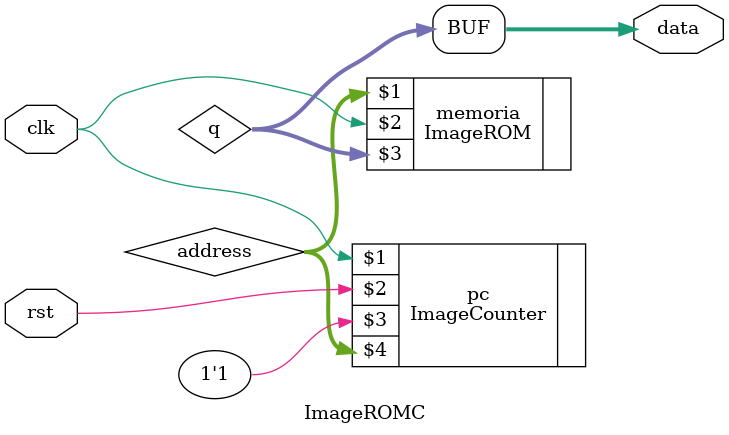
<source format=sv>
module ImageROMC(input clk, rst, output [7:0]data);

	
	logic [7:0] q;
	logic [13:0] address;
	
	ImageCounter #(.N(14)) pc (clk, rst,1'b1,address);
	ImageROM memoria (address,clk, q);
	
	assign data= q;


endmodule


</source>
